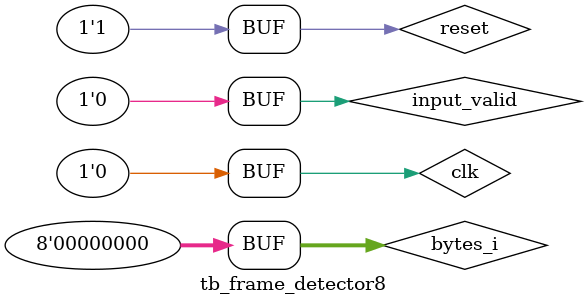
<source format=v>
`timescale 1ns/1ns

module tb_frame_detector8;
	reg clk;
	reg reset;
	reg input_valid;
	reg  [7:0]bytes_i;
	wire synced;
	
wire reset_g;

GSR 
GSR_INST (
	.GSR_N(1'b1),
	.CLK(1'b0)
);

frame_detector #(.MIPI_GEAR(8)) dec1(.reset_i(reset),
							 .clk_i(clk),
							 .data_valid_i(input_valid),
							 .data_lane0_i(bytes_i),
							 .detected_frame_sync_o(synced));

												
task sendbytes;
	input [7:0]bytes;
	begin
	bytes_i = bytes;
	clk = 1'b1;
	#4
	clk = 1'b0;
	#4;
	end
endtask

initial begin
		reset = 1'b1;
		clk = 1'b0;
		input_valid = 1'h0;
		#50
		clk = 1'b1;
		#4
		clk = 1'b0;
		#4
		clk = 1'b1;
		reset = 1'b0;
		sendbytes(8'h00);
		sendbytes(8'h00);
		sendbytes(8'h00);
		sendbytes(8'h00);
		sendbytes(8'h00);
		sendbytes(8'h00);
		sendbytes(8'h00);
		sendbytes(8'h00);
		input_valid = 1'h1;
		sendbytes(8'hB8);
		sendbytes(8'h00);
		sendbytes(8'hB8);
		sendbytes(8'h01);
		sendbytes(8'hB8);
		sendbytes(8'h01);
		sendbytes(8'hB8);
		sendbytes(8'h01);
		sendbytes(8'h03);
		sendbytes(8'hB8);
		sendbytes(8'h01);
		sendbytes(8'h03);
		sendbytes(8'h03);
		input_valid = 1'h0;
		sendbytes(8'h00);
		sendbytes(8'h00);
		sendbytes(8'h00);
		sendbytes(8'h00);
		sendbytes(8'h00);
		sendbytes(8'h00);
		sendbytes(8'h00);
		sendbytes(8'h00);
		input_valid = 1'h1;
		sendbytes(8'hB8);
		sendbytes(8'h2B);
		sendbytes(8'h03);
		input_valid = 1'h0;
		sendbytes(8'h00);
		sendbytes(8'h00);
		sendbytes(8'h00);
		sendbytes(8'h00);
		sendbytes(8'h00);
		sendbytes(8'h00);
		sendbytes(8'h00);
		sendbytes(8'h00);
		input_valid = 1'h1;
		sendbytes(8'hB8);
		sendbytes(8'h2C);
		sendbytes(8'h03);
		input_valid = 1'h0;
		sendbytes(8'h00);
		sendbytes(8'h00);
		sendbytes(8'h00);
		sendbytes(8'h00);
		sendbytes(8'h00);
		sendbytes(8'h00);
		sendbytes(8'h00);
		sendbytes(8'h00);
		input_valid = 1'h1;
		sendbytes(8'hB8);
		sendbytes(8'h2D);
		sendbytes(8'h03);
		sendbytes(8'h03);
		sendbytes(8'h03);
		sendbytes(8'h03);
		sendbytes(8'h03);
		sendbytes(8'hB8);
		sendbytes(8'h01);
		sendbytes(8'h03);
		input_valid = 1'h0;
		sendbytes(8'h00);
		sendbytes(8'h00);
		sendbytes(8'h00);
		sendbytes(8'h00);
		sendbytes(8'h00);
		sendbytes(8'h00);
		sendbytes(8'h00);
		sendbytes(8'h00);
		input_valid = 1'h1;
		sendbytes(8'hB8);
		sendbytes(8'h01);
		sendbytes(8'h03);
		input_valid = 1'h0;
		sendbytes(8'h00);
		sendbytes(8'h00);
		sendbytes(8'h00);
		sendbytes(8'h00);
		sendbytes(8'h00);
		sendbytes(8'h00);
		sendbytes(8'h00);
		sendbytes(8'h00);
		
		reset = 1'b1;
		
end

endmodule

</source>
